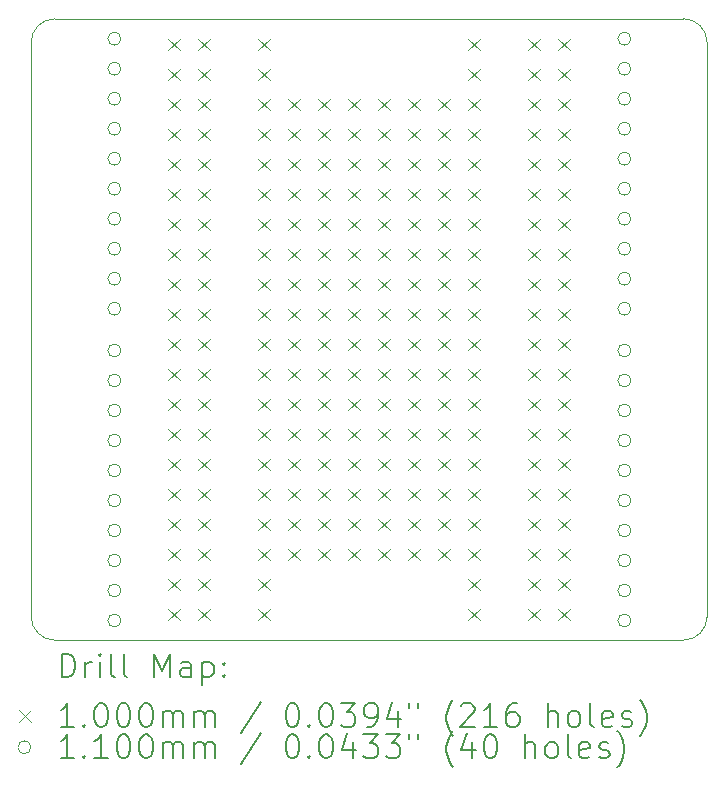
<source format=gbr>
%TF.GenerationSoftware,KiCad,Pcbnew,9.0.6*%
%TF.CreationDate,2026-01-01T23:22:30-06:00*%
%TF.ProjectId,PiPico_BOB,50695069-636f-45f4-924f-422e6b696361,rev?*%
%TF.SameCoordinates,Original*%
%TF.FileFunction,Drillmap*%
%TF.FilePolarity,Positive*%
%FSLAX45Y45*%
G04 Gerber Fmt 4.5, Leading zero omitted, Abs format (unit mm)*
G04 Created by KiCad (PCBNEW 9.0.6) date 2026-01-01 23:22:30*
%MOMM*%
%LPD*%
G01*
G04 APERTURE LIST*
%ADD10C,0.050000*%
%ADD11C,0.200000*%
%ADD12C,0.100000*%
%ADD13C,0.110000*%
G04 APERTURE END LIST*
D10*
X12072611Y-10676671D02*
G75*
G02*
X11872611Y-10876671I-200001J1D01*
G01*
X11872611Y-5615007D02*
G75*
G02*
X12072613Y-5815007I-1J-200003D01*
G01*
X6550000Y-10876671D02*
G75*
G02*
X6349999Y-10676671I0J200001D01*
G01*
X6350000Y-5815007D02*
G75*
G02*
X6550000Y-5615010I200000J-3D01*
G01*
X11872611Y-10876671D02*
X6550000Y-10876671D01*
X6550000Y-5615007D02*
X11872611Y-5615007D01*
X12072611Y-5815007D02*
X12072611Y-10676671D01*
X6350000Y-10676671D02*
X6350000Y-5815007D01*
D11*
D12*
X7512129Y-5783736D02*
X7612129Y-5883736D01*
X7612129Y-5783736D02*
X7512129Y-5883736D01*
X7512129Y-6037736D02*
X7612129Y-6137736D01*
X7612129Y-6037736D02*
X7512129Y-6137736D01*
X7512129Y-6291736D02*
X7612129Y-6391736D01*
X7612129Y-6291736D02*
X7512129Y-6391736D01*
X7512129Y-6545736D02*
X7612129Y-6645736D01*
X7612129Y-6545736D02*
X7512129Y-6645736D01*
X7512129Y-6799736D02*
X7612129Y-6899736D01*
X7612129Y-6799736D02*
X7512129Y-6899736D01*
X7512129Y-7053736D02*
X7612129Y-7153736D01*
X7612129Y-7053736D02*
X7512129Y-7153736D01*
X7512129Y-7307736D02*
X7612129Y-7407736D01*
X7612129Y-7307736D02*
X7512129Y-7407736D01*
X7512129Y-7561736D02*
X7612129Y-7661736D01*
X7612129Y-7561736D02*
X7512129Y-7661736D01*
X7512129Y-7815736D02*
X7612129Y-7915736D01*
X7612129Y-7815736D02*
X7512129Y-7915736D01*
X7512129Y-8069736D02*
X7612129Y-8169736D01*
X7612129Y-8069736D02*
X7512129Y-8169736D01*
X7512129Y-8323736D02*
X7612129Y-8423736D01*
X7612129Y-8323736D02*
X7512129Y-8423736D01*
X7512129Y-8577736D02*
X7612129Y-8677736D01*
X7612129Y-8577736D02*
X7512129Y-8677736D01*
X7512129Y-8831736D02*
X7612129Y-8931736D01*
X7612129Y-8831736D02*
X7512129Y-8931736D01*
X7512129Y-9085736D02*
X7612129Y-9185736D01*
X7612129Y-9085736D02*
X7512129Y-9185736D01*
X7512129Y-9339736D02*
X7612129Y-9439736D01*
X7612129Y-9339736D02*
X7512129Y-9439736D01*
X7512129Y-9593736D02*
X7612129Y-9693736D01*
X7612129Y-9593736D02*
X7512129Y-9693736D01*
X7512129Y-9847736D02*
X7612129Y-9947736D01*
X7612129Y-9847736D02*
X7512129Y-9947736D01*
X7512129Y-10101736D02*
X7612129Y-10201736D01*
X7612129Y-10101736D02*
X7512129Y-10201736D01*
X7512129Y-10355736D02*
X7612129Y-10455736D01*
X7612129Y-10355736D02*
X7512129Y-10455736D01*
X7512129Y-10609736D02*
X7612129Y-10709736D01*
X7612129Y-10609736D02*
X7512129Y-10709736D01*
X7766129Y-5783736D02*
X7866129Y-5883736D01*
X7866129Y-5783736D02*
X7766129Y-5883736D01*
X7766129Y-6037736D02*
X7866129Y-6137736D01*
X7866129Y-6037736D02*
X7766129Y-6137736D01*
X7766129Y-6291736D02*
X7866129Y-6391736D01*
X7866129Y-6291736D02*
X7766129Y-6391736D01*
X7766129Y-6545736D02*
X7866129Y-6645736D01*
X7866129Y-6545736D02*
X7766129Y-6645736D01*
X7766129Y-6799736D02*
X7866129Y-6899736D01*
X7866129Y-6799736D02*
X7766129Y-6899736D01*
X7766129Y-7053736D02*
X7866129Y-7153736D01*
X7866129Y-7053736D02*
X7766129Y-7153736D01*
X7766129Y-7307736D02*
X7866129Y-7407736D01*
X7866129Y-7307736D02*
X7766129Y-7407736D01*
X7766129Y-7561736D02*
X7866129Y-7661736D01*
X7866129Y-7561736D02*
X7766129Y-7661736D01*
X7766129Y-7815736D02*
X7866129Y-7915736D01*
X7866129Y-7815736D02*
X7766129Y-7915736D01*
X7766129Y-8069736D02*
X7866129Y-8169736D01*
X7866129Y-8069736D02*
X7766129Y-8169736D01*
X7766129Y-8323736D02*
X7866129Y-8423736D01*
X7866129Y-8323736D02*
X7766129Y-8423736D01*
X7766129Y-8577736D02*
X7866129Y-8677736D01*
X7866129Y-8577736D02*
X7766129Y-8677736D01*
X7766129Y-8831736D02*
X7866129Y-8931736D01*
X7866129Y-8831736D02*
X7766129Y-8931736D01*
X7766129Y-9085736D02*
X7866129Y-9185736D01*
X7866129Y-9085736D02*
X7766129Y-9185736D01*
X7766129Y-9339736D02*
X7866129Y-9439736D01*
X7866129Y-9339736D02*
X7766129Y-9439736D01*
X7766129Y-9593736D02*
X7866129Y-9693736D01*
X7866129Y-9593736D02*
X7766129Y-9693736D01*
X7766129Y-9847736D02*
X7866129Y-9947736D01*
X7866129Y-9847736D02*
X7766129Y-9947736D01*
X7766129Y-10101736D02*
X7866129Y-10201736D01*
X7866129Y-10101736D02*
X7766129Y-10201736D01*
X7766129Y-10355736D02*
X7866129Y-10455736D01*
X7866129Y-10355736D02*
X7766129Y-10455736D01*
X7766129Y-10609736D02*
X7866129Y-10709736D01*
X7866129Y-10609736D02*
X7766129Y-10709736D01*
X8274129Y-5783736D02*
X8374129Y-5883736D01*
X8374129Y-5783736D02*
X8274129Y-5883736D01*
X8274129Y-6037736D02*
X8374129Y-6137736D01*
X8374129Y-6037736D02*
X8274129Y-6137736D01*
X8274129Y-6291736D02*
X8374129Y-6391736D01*
X8374129Y-6291736D02*
X8274129Y-6391736D01*
X8274129Y-6545736D02*
X8374129Y-6645736D01*
X8374129Y-6545736D02*
X8274129Y-6645736D01*
X8274129Y-6799736D02*
X8374129Y-6899736D01*
X8374129Y-6799736D02*
X8274129Y-6899736D01*
X8274129Y-7053736D02*
X8374129Y-7153736D01*
X8374129Y-7053736D02*
X8274129Y-7153736D01*
X8274129Y-7307736D02*
X8374129Y-7407736D01*
X8374129Y-7307736D02*
X8274129Y-7407736D01*
X8274129Y-7561736D02*
X8374129Y-7661736D01*
X8374129Y-7561736D02*
X8274129Y-7661736D01*
X8274129Y-7815736D02*
X8374129Y-7915736D01*
X8374129Y-7815736D02*
X8274129Y-7915736D01*
X8274129Y-8069736D02*
X8374129Y-8169736D01*
X8374129Y-8069736D02*
X8274129Y-8169736D01*
X8274129Y-8323736D02*
X8374129Y-8423736D01*
X8374129Y-8323736D02*
X8274129Y-8423736D01*
X8274129Y-8577736D02*
X8374129Y-8677736D01*
X8374129Y-8577736D02*
X8274129Y-8677736D01*
X8274129Y-8831736D02*
X8374129Y-8931736D01*
X8374129Y-8831736D02*
X8274129Y-8931736D01*
X8274129Y-9085736D02*
X8374129Y-9185736D01*
X8374129Y-9085736D02*
X8274129Y-9185736D01*
X8274129Y-9339736D02*
X8374129Y-9439736D01*
X8374129Y-9339736D02*
X8274129Y-9439736D01*
X8274129Y-9593736D02*
X8374129Y-9693736D01*
X8374129Y-9593736D02*
X8274129Y-9693736D01*
X8274129Y-9847736D02*
X8374129Y-9947736D01*
X8374129Y-9847736D02*
X8274129Y-9947736D01*
X8274129Y-10101736D02*
X8374129Y-10201736D01*
X8374129Y-10101736D02*
X8274129Y-10201736D01*
X8274129Y-10355736D02*
X8374129Y-10455736D01*
X8374129Y-10355736D02*
X8274129Y-10455736D01*
X8274129Y-10609736D02*
X8374129Y-10709736D01*
X8374129Y-10609736D02*
X8274129Y-10709736D01*
X8528130Y-6291736D02*
X8628130Y-6391736D01*
X8628130Y-6291736D02*
X8528130Y-6391736D01*
X8528130Y-6545736D02*
X8628130Y-6645736D01*
X8628130Y-6545736D02*
X8528130Y-6645736D01*
X8528130Y-6799736D02*
X8628130Y-6899736D01*
X8628130Y-6799736D02*
X8528130Y-6899736D01*
X8528130Y-7053736D02*
X8628130Y-7153736D01*
X8628130Y-7053736D02*
X8528130Y-7153736D01*
X8528130Y-7307736D02*
X8628130Y-7407736D01*
X8628130Y-7307736D02*
X8528130Y-7407736D01*
X8528130Y-7561736D02*
X8628130Y-7661736D01*
X8628130Y-7561736D02*
X8528130Y-7661736D01*
X8528130Y-7815736D02*
X8628130Y-7915736D01*
X8628130Y-7815736D02*
X8528130Y-7915736D01*
X8528130Y-8069736D02*
X8628130Y-8169736D01*
X8628130Y-8069736D02*
X8528130Y-8169736D01*
X8528130Y-8323736D02*
X8628130Y-8423736D01*
X8628130Y-8323736D02*
X8528130Y-8423736D01*
X8528130Y-8577736D02*
X8628130Y-8677736D01*
X8628130Y-8577736D02*
X8528130Y-8677736D01*
X8528130Y-8831736D02*
X8628130Y-8931736D01*
X8628130Y-8831736D02*
X8528130Y-8931736D01*
X8528130Y-9085736D02*
X8628130Y-9185736D01*
X8628130Y-9085736D02*
X8528130Y-9185736D01*
X8528130Y-9339736D02*
X8628130Y-9439736D01*
X8628130Y-9339736D02*
X8528130Y-9439736D01*
X8528130Y-9593736D02*
X8628130Y-9693736D01*
X8628130Y-9593736D02*
X8528130Y-9693736D01*
X8528130Y-9847736D02*
X8628130Y-9947736D01*
X8628130Y-9847736D02*
X8528130Y-9947736D01*
X8528130Y-10101736D02*
X8628130Y-10201736D01*
X8628130Y-10101736D02*
X8528130Y-10201736D01*
X8782130Y-6291736D02*
X8882130Y-6391736D01*
X8882130Y-6291736D02*
X8782130Y-6391736D01*
X8782130Y-6545736D02*
X8882130Y-6645736D01*
X8882130Y-6545736D02*
X8782130Y-6645736D01*
X8782130Y-6799736D02*
X8882130Y-6899736D01*
X8882130Y-6799736D02*
X8782130Y-6899736D01*
X8782130Y-7053736D02*
X8882130Y-7153736D01*
X8882130Y-7053736D02*
X8782130Y-7153736D01*
X8782130Y-7307736D02*
X8882130Y-7407736D01*
X8882130Y-7307736D02*
X8782130Y-7407736D01*
X8782130Y-7561736D02*
X8882130Y-7661736D01*
X8882130Y-7561736D02*
X8782130Y-7661736D01*
X8782130Y-7815736D02*
X8882130Y-7915736D01*
X8882130Y-7815736D02*
X8782130Y-7915736D01*
X8782130Y-8069736D02*
X8882130Y-8169736D01*
X8882130Y-8069736D02*
X8782130Y-8169736D01*
X8782130Y-8323736D02*
X8882130Y-8423736D01*
X8882130Y-8323736D02*
X8782130Y-8423736D01*
X8782130Y-8577736D02*
X8882130Y-8677736D01*
X8882130Y-8577736D02*
X8782130Y-8677736D01*
X8782130Y-8831736D02*
X8882130Y-8931736D01*
X8882130Y-8831736D02*
X8782130Y-8931736D01*
X8782130Y-9085736D02*
X8882130Y-9185736D01*
X8882130Y-9085736D02*
X8782130Y-9185736D01*
X8782130Y-9339736D02*
X8882130Y-9439736D01*
X8882130Y-9339736D02*
X8782130Y-9439736D01*
X8782130Y-9593736D02*
X8882130Y-9693736D01*
X8882130Y-9593736D02*
X8782130Y-9693736D01*
X8782130Y-9847736D02*
X8882130Y-9947736D01*
X8882130Y-9847736D02*
X8782130Y-9947736D01*
X8782130Y-10101736D02*
X8882130Y-10201736D01*
X8882130Y-10101736D02*
X8782130Y-10201736D01*
X9036130Y-6291736D02*
X9136130Y-6391736D01*
X9136130Y-6291736D02*
X9036130Y-6391736D01*
X9036130Y-6545736D02*
X9136130Y-6645736D01*
X9136130Y-6545736D02*
X9036130Y-6645736D01*
X9036130Y-6799736D02*
X9136130Y-6899736D01*
X9136130Y-6799736D02*
X9036130Y-6899736D01*
X9036130Y-7053736D02*
X9136130Y-7153736D01*
X9136130Y-7053736D02*
X9036130Y-7153736D01*
X9036130Y-7307736D02*
X9136130Y-7407736D01*
X9136130Y-7307736D02*
X9036130Y-7407736D01*
X9036130Y-7561736D02*
X9136130Y-7661736D01*
X9136130Y-7561736D02*
X9036130Y-7661736D01*
X9036130Y-7815736D02*
X9136130Y-7915736D01*
X9136130Y-7815736D02*
X9036130Y-7915736D01*
X9036130Y-8069736D02*
X9136130Y-8169736D01*
X9136130Y-8069736D02*
X9036130Y-8169736D01*
X9036130Y-8323736D02*
X9136130Y-8423736D01*
X9136130Y-8323736D02*
X9036130Y-8423736D01*
X9036130Y-8577736D02*
X9136130Y-8677736D01*
X9136130Y-8577736D02*
X9036130Y-8677736D01*
X9036130Y-8831736D02*
X9136130Y-8931736D01*
X9136130Y-8831736D02*
X9036130Y-8931736D01*
X9036130Y-9085736D02*
X9136130Y-9185736D01*
X9136130Y-9085736D02*
X9036130Y-9185736D01*
X9036130Y-9339736D02*
X9136130Y-9439736D01*
X9136130Y-9339736D02*
X9036130Y-9439736D01*
X9036130Y-9593736D02*
X9136130Y-9693736D01*
X9136130Y-9593736D02*
X9036130Y-9693736D01*
X9036130Y-9847736D02*
X9136130Y-9947736D01*
X9136130Y-9847736D02*
X9036130Y-9947736D01*
X9036130Y-10101736D02*
X9136130Y-10201736D01*
X9136130Y-10101736D02*
X9036130Y-10201736D01*
X9290130Y-6291736D02*
X9390130Y-6391736D01*
X9390130Y-6291736D02*
X9290130Y-6391736D01*
X9290130Y-6545736D02*
X9390130Y-6645736D01*
X9390130Y-6545736D02*
X9290130Y-6645736D01*
X9290130Y-6799736D02*
X9390130Y-6899736D01*
X9390130Y-6799736D02*
X9290130Y-6899736D01*
X9290130Y-7053736D02*
X9390130Y-7153736D01*
X9390130Y-7053736D02*
X9290130Y-7153736D01*
X9290130Y-7307736D02*
X9390130Y-7407736D01*
X9390130Y-7307736D02*
X9290130Y-7407736D01*
X9290130Y-7561736D02*
X9390130Y-7661736D01*
X9390130Y-7561736D02*
X9290130Y-7661736D01*
X9290130Y-7815736D02*
X9390130Y-7915736D01*
X9390130Y-7815736D02*
X9290130Y-7915736D01*
X9290130Y-8069736D02*
X9390130Y-8169736D01*
X9390130Y-8069736D02*
X9290130Y-8169736D01*
X9290130Y-8323736D02*
X9390130Y-8423736D01*
X9390130Y-8323736D02*
X9290130Y-8423736D01*
X9290130Y-8577736D02*
X9390130Y-8677736D01*
X9390130Y-8577736D02*
X9290130Y-8677736D01*
X9290130Y-8831736D02*
X9390130Y-8931736D01*
X9390130Y-8831736D02*
X9290130Y-8931736D01*
X9290130Y-9085736D02*
X9390130Y-9185736D01*
X9390130Y-9085736D02*
X9290130Y-9185736D01*
X9290130Y-9339736D02*
X9390130Y-9439736D01*
X9390130Y-9339736D02*
X9290130Y-9439736D01*
X9290130Y-9593736D02*
X9390130Y-9693736D01*
X9390130Y-9593736D02*
X9290130Y-9693736D01*
X9290130Y-9847736D02*
X9390130Y-9947736D01*
X9390130Y-9847736D02*
X9290130Y-9947736D01*
X9290130Y-10101736D02*
X9390130Y-10201736D01*
X9390130Y-10101736D02*
X9290130Y-10201736D01*
X9544130Y-6291736D02*
X9644130Y-6391736D01*
X9644130Y-6291736D02*
X9544130Y-6391736D01*
X9544130Y-6545736D02*
X9644130Y-6645736D01*
X9644130Y-6545736D02*
X9544130Y-6645736D01*
X9544130Y-6799736D02*
X9644130Y-6899736D01*
X9644130Y-6799736D02*
X9544130Y-6899736D01*
X9544130Y-7053736D02*
X9644130Y-7153736D01*
X9644130Y-7053736D02*
X9544130Y-7153736D01*
X9544130Y-7307736D02*
X9644130Y-7407736D01*
X9644130Y-7307736D02*
X9544130Y-7407736D01*
X9544130Y-7561736D02*
X9644130Y-7661736D01*
X9644130Y-7561736D02*
X9544130Y-7661736D01*
X9544130Y-7815736D02*
X9644130Y-7915736D01*
X9644130Y-7815736D02*
X9544130Y-7915736D01*
X9544130Y-8069736D02*
X9644130Y-8169736D01*
X9644130Y-8069736D02*
X9544130Y-8169736D01*
X9544130Y-8323736D02*
X9644130Y-8423736D01*
X9644130Y-8323736D02*
X9544130Y-8423736D01*
X9544130Y-8577736D02*
X9644130Y-8677736D01*
X9644130Y-8577736D02*
X9544130Y-8677736D01*
X9544130Y-8831736D02*
X9644130Y-8931736D01*
X9644130Y-8831736D02*
X9544130Y-8931736D01*
X9544130Y-9085736D02*
X9644130Y-9185736D01*
X9644130Y-9085736D02*
X9544130Y-9185736D01*
X9544130Y-9339736D02*
X9644130Y-9439736D01*
X9644130Y-9339736D02*
X9544130Y-9439736D01*
X9544130Y-9593736D02*
X9644130Y-9693736D01*
X9644130Y-9593736D02*
X9544130Y-9693736D01*
X9544130Y-9847736D02*
X9644130Y-9947736D01*
X9644130Y-9847736D02*
X9544130Y-9947736D01*
X9544130Y-10101736D02*
X9644130Y-10201736D01*
X9644130Y-10101736D02*
X9544130Y-10201736D01*
X9798130Y-6291736D02*
X9898130Y-6391736D01*
X9898130Y-6291736D02*
X9798130Y-6391736D01*
X9798130Y-6545736D02*
X9898130Y-6645736D01*
X9898130Y-6545736D02*
X9798130Y-6645736D01*
X9798130Y-6799736D02*
X9898130Y-6899736D01*
X9898130Y-6799736D02*
X9798130Y-6899736D01*
X9798130Y-7053736D02*
X9898130Y-7153736D01*
X9898130Y-7053736D02*
X9798130Y-7153736D01*
X9798130Y-7307736D02*
X9898130Y-7407736D01*
X9898130Y-7307736D02*
X9798130Y-7407736D01*
X9798130Y-7561736D02*
X9898130Y-7661736D01*
X9898130Y-7561736D02*
X9798130Y-7661736D01*
X9798130Y-7815736D02*
X9898130Y-7915736D01*
X9898130Y-7815736D02*
X9798130Y-7915736D01*
X9798130Y-8069736D02*
X9898130Y-8169736D01*
X9898130Y-8069736D02*
X9798130Y-8169736D01*
X9798130Y-8323736D02*
X9898130Y-8423736D01*
X9898130Y-8323736D02*
X9798130Y-8423736D01*
X9798130Y-8577736D02*
X9898130Y-8677736D01*
X9898130Y-8577736D02*
X9798130Y-8677736D01*
X9798130Y-8831736D02*
X9898130Y-8931736D01*
X9898130Y-8831736D02*
X9798130Y-8931736D01*
X9798130Y-9085736D02*
X9898130Y-9185736D01*
X9898130Y-9085736D02*
X9798130Y-9185736D01*
X9798130Y-9339736D02*
X9898130Y-9439736D01*
X9898130Y-9339736D02*
X9798130Y-9439736D01*
X9798130Y-9593736D02*
X9898130Y-9693736D01*
X9898130Y-9593736D02*
X9798130Y-9693736D01*
X9798130Y-9847736D02*
X9898130Y-9947736D01*
X9898130Y-9847736D02*
X9798130Y-9947736D01*
X9798130Y-10101736D02*
X9898130Y-10201736D01*
X9898130Y-10101736D02*
X9798130Y-10201736D01*
X10052130Y-5783736D02*
X10152130Y-5883736D01*
X10152130Y-5783736D02*
X10052130Y-5883736D01*
X10052130Y-6037736D02*
X10152130Y-6137736D01*
X10152130Y-6037736D02*
X10052130Y-6137736D01*
X10052130Y-6291736D02*
X10152130Y-6391736D01*
X10152130Y-6291736D02*
X10052130Y-6391736D01*
X10052130Y-6545736D02*
X10152130Y-6645736D01*
X10152130Y-6545736D02*
X10052130Y-6645736D01*
X10052130Y-6799736D02*
X10152130Y-6899736D01*
X10152130Y-6799736D02*
X10052130Y-6899736D01*
X10052130Y-7053736D02*
X10152130Y-7153736D01*
X10152130Y-7053736D02*
X10052130Y-7153736D01*
X10052130Y-7307736D02*
X10152130Y-7407736D01*
X10152130Y-7307736D02*
X10052130Y-7407736D01*
X10052130Y-7561736D02*
X10152130Y-7661736D01*
X10152130Y-7561736D02*
X10052130Y-7661736D01*
X10052130Y-7815736D02*
X10152130Y-7915736D01*
X10152130Y-7815736D02*
X10052130Y-7915736D01*
X10052130Y-8069736D02*
X10152130Y-8169736D01*
X10152130Y-8069736D02*
X10052130Y-8169736D01*
X10052130Y-8323736D02*
X10152130Y-8423736D01*
X10152130Y-8323736D02*
X10052130Y-8423736D01*
X10052130Y-8577736D02*
X10152130Y-8677736D01*
X10152130Y-8577736D02*
X10052130Y-8677736D01*
X10052130Y-8831736D02*
X10152130Y-8931736D01*
X10152130Y-8831736D02*
X10052130Y-8931736D01*
X10052130Y-9085736D02*
X10152130Y-9185736D01*
X10152130Y-9085736D02*
X10052130Y-9185736D01*
X10052130Y-9339736D02*
X10152130Y-9439736D01*
X10152130Y-9339736D02*
X10052130Y-9439736D01*
X10052130Y-9593736D02*
X10152130Y-9693736D01*
X10152130Y-9593736D02*
X10052130Y-9693736D01*
X10052130Y-9847736D02*
X10152130Y-9947736D01*
X10152130Y-9847736D02*
X10052130Y-9947736D01*
X10052130Y-10101736D02*
X10152130Y-10201736D01*
X10152130Y-10101736D02*
X10052130Y-10201736D01*
X10052130Y-10355736D02*
X10152130Y-10455736D01*
X10152130Y-10355736D02*
X10052130Y-10455736D01*
X10052130Y-10609736D02*
X10152130Y-10709736D01*
X10152130Y-10609736D02*
X10052130Y-10709736D01*
X10560130Y-5783736D02*
X10660130Y-5883736D01*
X10660130Y-5783736D02*
X10560130Y-5883736D01*
X10560130Y-6037736D02*
X10660130Y-6137736D01*
X10660130Y-6037736D02*
X10560130Y-6137736D01*
X10560130Y-6291736D02*
X10660130Y-6391736D01*
X10660130Y-6291736D02*
X10560130Y-6391736D01*
X10560130Y-6545736D02*
X10660130Y-6645736D01*
X10660130Y-6545736D02*
X10560130Y-6645736D01*
X10560130Y-6799736D02*
X10660130Y-6899736D01*
X10660130Y-6799736D02*
X10560130Y-6899736D01*
X10560130Y-7053736D02*
X10660130Y-7153736D01*
X10660130Y-7053736D02*
X10560130Y-7153736D01*
X10560130Y-7307736D02*
X10660130Y-7407736D01*
X10660130Y-7307736D02*
X10560130Y-7407736D01*
X10560130Y-7561736D02*
X10660130Y-7661736D01*
X10660130Y-7561736D02*
X10560130Y-7661736D01*
X10560130Y-7815736D02*
X10660130Y-7915736D01*
X10660130Y-7815736D02*
X10560130Y-7915736D01*
X10560130Y-8069736D02*
X10660130Y-8169736D01*
X10660130Y-8069736D02*
X10560130Y-8169736D01*
X10560130Y-8323736D02*
X10660130Y-8423736D01*
X10660130Y-8323736D02*
X10560130Y-8423736D01*
X10560130Y-8577736D02*
X10660130Y-8677736D01*
X10660130Y-8577736D02*
X10560130Y-8677736D01*
X10560130Y-8831736D02*
X10660130Y-8931736D01*
X10660130Y-8831736D02*
X10560130Y-8931736D01*
X10560130Y-9085736D02*
X10660130Y-9185736D01*
X10660130Y-9085736D02*
X10560130Y-9185736D01*
X10560130Y-9339736D02*
X10660130Y-9439736D01*
X10660130Y-9339736D02*
X10560130Y-9439736D01*
X10560130Y-9593736D02*
X10660130Y-9693736D01*
X10660130Y-9593736D02*
X10560130Y-9693736D01*
X10560130Y-9847736D02*
X10660130Y-9947736D01*
X10660130Y-9847736D02*
X10560130Y-9947736D01*
X10560130Y-10101736D02*
X10660130Y-10201736D01*
X10660130Y-10101736D02*
X10560130Y-10201736D01*
X10560130Y-10355736D02*
X10660130Y-10455736D01*
X10660130Y-10355736D02*
X10560130Y-10455736D01*
X10560130Y-10609736D02*
X10660130Y-10709736D01*
X10660130Y-10609736D02*
X10560130Y-10709736D01*
X10814130Y-5783736D02*
X10914130Y-5883736D01*
X10914130Y-5783736D02*
X10814130Y-5883736D01*
X10814130Y-6037736D02*
X10914130Y-6137736D01*
X10914130Y-6037736D02*
X10814130Y-6137736D01*
X10814130Y-6291736D02*
X10914130Y-6391736D01*
X10914130Y-6291736D02*
X10814130Y-6391736D01*
X10814130Y-6545736D02*
X10914130Y-6645736D01*
X10914130Y-6545736D02*
X10814130Y-6645736D01*
X10814130Y-6799736D02*
X10914130Y-6899736D01*
X10914130Y-6799736D02*
X10814130Y-6899736D01*
X10814130Y-7053736D02*
X10914130Y-7153736D01*
X10914130Y-7053736D02*
X10814130Y-7153736D01*
X10814130Y-7307736D02*
X10914130Y-7407736D01*
X10914130Y-7307736D02*
X10814130Y-7407736D01*
X10814130Y-7561736D02*
X10914130Y-7661736D01*
X10914130Y-7561736D02*
X10814130Y-7661736D01*
X10814130Y-7815736D02*
X10914130Y-7915736D01*
X10914130Y-7815736D02*
X10814130Y-7915736D01*
X10814130Y-8069736D02*
X10914130Y-8169736D01*
X10914130Y-8069736D02*
X10814130Y-8169736D01*
X10814130Y-8323736D02*
X10914130Y-8423736D01*
X10914130Y-8323736D02*
X10814130Y-8423736D01*
X10814130Y-8577736D02*
X10914130Y-8677736D01*
X10914130Y-8577736D02*
X10814130Y-8677736D01*
X10814130Y-8831736D02*
X10914130Y-8931736D01*
X10914130Y-8831736D02*
X10814130Y-8931736D01*
X10814130Y-9085736D02*
X10914130Y-9185736D01*
X10914130Y-9085736D02*
X10814130Y-9185736D01*
X10814130Y-9339736D02*
X10914130Y-9439736D01*
X10914130Y-9339736D02*
X10814130Y-9439736D01*
X10814130Y-9593736D02*
X10914130Y-9693736D01*
X10914130Y-9593736D02*
X10814130Y-9693736D01*
X10814130Y-9847736D02*
X10914130Y-9947736D01*
X10914130Y-9847736D02*
X10814130Y-9947736D01*
X10814130Y-10101736D02*
X10914130Y-10201736D01*
X10914130Y-10101736D02*
X10814130Y-10201736D01*
X10814130Y-10355736D02*
X10914130Y-10455736D01*
X10914130Y-10355736D02*
X10814130Y-10455736D01*
X10814130Y-10609736D02*
X10914130Y-10709736D01*
X10914130Y-10609736D02*
X10814130Y-10709736D01*
D13*
X7109129Y-5783736D02*
G75*
G02*
X6999129Y-5783736I-55000J0D01*
G01*
X6999129Y-5783736D02*
G75*
G02*
X7109129Y-5783736I55000J0D01*
G01*
X7109129Y-6037736D02*
G75*
G02*
X6999129Y-6037736I-55000J0D01*
G01*
X6999129Y-6037736D02*
G75*
G02*
X7109129Y-6037736I55000J0D01*
G01*
X7109129Y-6291736D02*
G75*
G02*
X6999129Y-6291736I-55000J0D01*
G01*
X6999129Y-6291736D02*
G75*
G02*
X7109129Y-6291736I55000J0D01*
G01*
X7109129Y-6545736D02*
G75*
G02*
X6999129Y-6545736I-55000J0D01*
G01*
X6999129Y-6545736D02*
G75*
G02*
X7109129Y-6545736I55000J0D01*
G01*
X7109129Y-6799736D02*
G75*
G02*
X6999129Y-6799736I-55000J0D01*
G01*
X6999129Y-6799736D02*
G75*
G02*
X7109129Y-6799736I55000J0D01*
G01*
X7109129Y-7053736D02*
G75*
G02*
X6999129Y-7053736I-55000J0D01*
G01*
X6999129Y-7053736D02*
G75*
G02*
X7109129Y-7053736I55000J0D01*
G01*
X7109129Y-7307736D02*
G75*
G02*
X6999129Y-7307736I-55000J0D01*
G01*
X6999129Y-7307736D02*
G75*
G02*
X7109129Y-7307736I55000J0D01*
G01*
X7109129Y-7561736D02*
G75*
G02*
X6999129Y-7561736I-55000J0D01*
G01*
X6999129Y-7561736D02*
G75*
G02*
X7109129Y-7561736I55000J0D01*
G01*
X7109129Y-7815736D02*
G75*
G02*
X6999129Y-7815736I-55000J0D01*
G01*
X6999129Y-7815736D02*
G75*
G02*
X7109129Y-7815736I55000J0D01*
G01*
X7109129Y-8069736D02*
G75*
G02*
X6999129Y-8069736I-55000J0D01*
G01*
X6999129Y-8069736D02*
G75*
G02*
X7109129Y-8069736I55000J0D01*
G01*
X7109129Y-8423736D02*
G75*
G02*
X6999129Y-8423736I-55000J0D01*
G01*
X6999129Y-8423736D02*
G75*
G02*
X7109129Y-8423736I55000J0D01*
G01*
X7109129Y-8677736D02*
G75*
G02*
X6999129Y-8677736I-55000J0D01*
G01*
X6999129Y-8677736D02*
G75*
G02*
X7109129Y-8677736I55000J0D01*
G01*
X7109129Y-8931736D02*
G75*
G02*
X6999129Y-8931736I-55000J0D01*
G01*
X6999129Y-8931736D02*
G75*
G02*
X7109129Y-8931736I55000J0D01*
G01*
X7109129Y-9185736D02*
G75*
G02*
X6999129Y-9185736I-55000J0D01*
G01*
X6999129Y-9185736D02*
G75*
G02*
X7109129Y-9185736I55000J0D01*
G01*
X7109129Y-9439736D02*
G75*
G02*
X6999129Y-9439736I-55000J0D01*
G01*
X6999129Y-9439736D02*
G75*
G02*
X7109129Y-9439736I55000J0D01*
G01*
X7109129Y-9693736D02*
G75*
G02*
X6999129Y-9693736I-55000J0D01*
G01*
X6999129Y-9693736D02*
G75*
G02*
X7109129Y-9693736I55000J0D01*
G01*
X7109129Y-9947736D02*
G75*
G02*
X6999129Y-9947736I-55000J0D01*
G01*
X6999129Y-9947736D02*
G75*
G02*
X7109129Y-9947736I55000J0D01*
G01*
X7109129Y-10201736D02*
G75*
G02*
X6999129Y-10201736I-55000J0D01*
G01*
X6999129Y-10201736D02*
G75*
G02*
X7109129Y-10201736I55000J0D01*
G01*
X7109129Y-10455736D02*
G75*
G02*
X6999129Y-10455736I-55000J0D01*
G01*
X6999129Y-10455736D02*
G75*
G02*
X7109129Y-10455736I55000J0D01*
G01*
X7109129Y-10709736D02*
G75*
G02*
X6999129Y-10709736I-55000J0D01*
G01*
X6999129Y-10709736D02*
G75*
G02*
X7109129Y-10709736I55000J0D01*
G01*
X11427129Y-5783736D02*
G75*
G02*
X11317129Y-5783736I-55000J0D01*
G01*
X11317129Y-5783736D02*
G75*
G02*
X11427129Y-5783736I55000J0D01*
G01*
X11427129Y-6037736D02*
G75*
G02*
X11317129Y-6037736I-55000J0D01*
G01*
X11317129Y-6037736D02*
G75*
G02*
X11427129Y-6037736I55000J0D01*
G01*
X11427129Y-6291736D02*
G75*
G02*
X11317129Y-6291736I-55000J0D01*
G01*
X11317129Y-6291736D02*
G75*
G02*
X11427129Y-6291736I55000J0D01*
G01*
X11427129Y-6545736D02*
G75*
G02*
X11317129Y-6545736I-55000J0D01*
G01*
X11317129Y-6545736D02*
G75*
G02*
X11427129Y-6545736I55000J0D01*
G01*
X11427129Y-6799736D02*
G75*
G02*
X11317129Y-6799736I-55000J0D01*
G01*
X11317129Y-6799736D02*
G75*
G02*
X11427129Y-6799736I55000J0D01*
G01*
X11427129Y-7053736D02*
G75*
G02*
X11317129Y-7053736I-55000J0D01*
G01*
X11317129Y-7053736D02*
G75*
G02*
X11427129Y-7053736I55000J0D01*
G01*
X11427129Y-7307736D02*
G75*
G02*
X11317129Y-7307736I-55000J0D01*
G01*
X11317129Y-7307736D02*
G75*
G02*
X11427129Y-7307736I55000J0D01*
G01*
X11427129Y-7561736D02*
G75*
G02*
X11317129Y-7561736I-55000J0D01*
G01*
X11317129Y-7561736D02*
G75*
G02*
X11427129Y-7561736I55000J0D01*
G01*
X11427129Y-7815736D02*
G75*
G02*
X11317129Y-7815736I-55000J0D01*
G01*
X11317129Y-7815736D02*
G75*
G02*
X11427129Y-7815736I55000J0D01*
G01*
X11427129Y-8069736D02*
G75*
G02*
X11317129Y-8069736I-55000J0D01*
G01*
X11317129Y-8069736D02*
G75*
G02*
X11427129Y-8069736I55000J0D01*
G01*
X11427129Y-8423736D02*
G75*
G02*
X11317129Y-8423736I-55000J0D01*
G01*
X11317129Y-8423736D02*
G75*
G02*
X11427129Y-8423736I55000J0D01*
G01*
X11427129Y-8677736D02*
G75*
G02*
X11317129Y-8677736I-55000J0D01*
G01*
X11317129Y-8677736D02*
G75*
G02*
X11427129Y-8677736I55000J0D01*
G01*
X11427129Y-8931736D02*
G75*
G02*
X11317129Y-8931736I-55000J0D01*
G01*
X11317129Y-8931736D02*
G75*
G02*
X11427129Y-8931736I55000J0D01*
G01*
X11427129Y-9185736D02*
G75*
G02*
X11317129Y-9185736I-55000J0D01*
G01*
X11317129Y-9185736D02*
G75*
G02*
X11427129Y-9185736I55000J0D01*
G01*
X11427129Y-9439736D02*
G75*
G02*
X11317129Y-9439736I-55000J0D01*
G01*
X11317129Y-9439736D02*
G75*
G02*
X11427129Y-9439736I55000J0D01*
G01*
X11427129Y-9693736D02*
G75*
G02*
X11317129Y-9693736I-55000J0D01*
G01*
X11317129Y-9693736D02*
G75*
G02*
X11427129Y-9693736I55000J0D01*
G01*
X11427129Y-9947736D02*
G75*
G02*
X11317129Y-9947736I-55000J0D01*
G01*
X11317129Y-9947736D02*
G75*
G02*
X11427129Y-9947736I55000J0D01*
G01*
X11427129Y-10201736D02*
G75*
G02*
X11317129Y-10201736I-55000J0D01*
G01*
X11317129Y-10201736D02*
G75*
G02*
X11427129Y-10201736I55000J0D01*
G01*
X11427129Y-10455736D02*
G75*
G02*
X11317129Y-10455736I-55000J0D01*
G01*
X11317129Y-10455736D02*
G75*
G02*
X11427129Y-10455736I55000J0D01*
G01*
X11427129Y-10709736D02*
G75*
G02*
X11317129Y-10709736I-55000J0D01*
G01*
X11317129Y-10709736D02*
G75*
G02*
X11427129Y-10709736I55000J0D01*
G01*
D11*
X6608277Y-11190655D02*
X6608277Y-10990655D01*
X6608277Y-10990655D02*
X6655896Y-10990655D01*
X6655896Y-10990655D02*
X6684467Y-11000179D01*
X6684467Y-11000179D02*
X6703515Y-11019226D01*
X6703515Y-11019226D02*
X6713039Y-11038274D01*
X6713039Y-11038274D02*
X6722562Y-11076369D01*
X6722562Y-11076369D02*
X6722562Y-11104941D01*
X6722562Y-11104941D02*
X6713039Y-11143036D01*
X6713039Y-11143036D02*
X6703515Y-11162084D01*
X6703515Y-11162084D02*
X6684467Y-11181131D01*
X6684467Y-11181131D02*
X6655896Y-11190655D01*
X6655896Y-11190655D02*
X6608277Y-11190655D01*
X6808277Y-11190655D02*
X6808277Y-11057322D01*
X6808277Y-11095417D02*
X6817801Y-11076369D01*
X6817801Y-11076369D02*
X6827324Y-11066845D01*
X6827324Y-11066845D02*
X6846372Y-11057322D01*
X6846372Y-11057322D02*
X6865420Y-11057322D01*
X6932086Y-11190655D02*
X6932086Y-11057322D01*
X6932086Y-10990655D02*
X6922562Y-11000179D01*
X6922562Y-11000179D02*
X6932086Y-11009703D01*
X6932086Y-11009703D02*
X6941610Y-11000179D01*
X6941610Y-11000179D02*
X6932086Y-10990655D01*
X6932086Y-10990655D02*
X6932086Y-11009703D01*
X7055896Y-11190655D02*
X7036848Y-11181131D01*
X7036848Y-11181131D02*
X7027324Y-11162084D01*
X7027324Y-11162084D02*
X7027324Y-10990655D01*
X7160658Y-11190655D02*
X7141610Y-11181131D01*
X7141610Y-11181131D02*
X7132086Y-11162084D01*
X7132086Y-11162084D02*
X7132086Y-10990655D01*
X7389229Y-11190655D02*
X7389229Y-10990655D01*
X7389229Y-10990655D02*
X7455896Y-11133512D01*
X7455896Y-11133512D02*
X7522562Y-10990655D01*
X7522562Y-10990655D02*
X7522562Y-11190655D01*
X7703515Y-11190655D02*
X7703515Y-11085893D01*
X7703515Y-11085893D02*
X7693991Y-11066845D01*
X7693991Y-11066845D02*
X7674943Y-11057322D01*
X7674943Y-11057322D02*
X7636848Y-11057322D01*
X7636848Y-11057322D02*
X7617801Y-11066845D01*
X7703515Y-11181131D02*
X7684467Y-11190655D01*
X7684467Y-11190655D02*
X7636848Y-11190655D01*
X7636848Y-11190655D02*
X7617801Y-11181131D01*
X7617801Y-11181131D02*
X7608277Y-11162084D01*
X7608277Y-11162084D02*
X7608277Y-11143036D01*
X7608277Y-11143036D02*
X7617801Y-11123988D01*
X7617801Y-11123988D02*
X7636848Y-11114465D01*
X7636848Y-11114465D02*
X7684467Y-11114465D01*
X7684467Y-11114465D02*
X7703515Y-11104941D01*
X7798753Y-11057322D02*
X7798753Y-11257322D01*
X7798753Y-11066845D02*
X7817801Y-11057322D01*
X7817801Y-11057322D02*
X7855896Y-11057322D01*
X7855896Y-11057322D02*
X7874943Y-11066845D01*
X7874943Y-11066845D02*
X7884467Y-11076369D01*
X7884467Y-11076369D02*
X7893991Y-11095417D01*
X7893991Y-11095417D02*
X7893991Y-11152560D01*
X7893991Y-11152560D02*
X7884467Y-11171607D01*
X7884467Y-11171607D02*
X7874943Y-11181131D01*
X7874943Y-11181131D02*
X7855896Y-11190655D01*
X7855896Y-11190655D02*
X7817801Y-11190655D01*
X7817801Y-11190655D02*
X7798753Y-11181131D01*
X7979705Y-11171607D02*
X7989229Y-11181131D01*
X7989229Y-11181131D02*
X7979705Y-11190655D01*
X7979705Y-11190655D02*
X7970182Y-11181131D01*
X7970182Y-11181131D02*
X7979705Y-11171607D01*
X7979705Y-11171607D02*
X7979705Y-11190655D01*
X7979705Y-11066845D02*
X7989229Y-11076369D01*
X7989229Y-11076369D02*
X7979705Y-11085893D01*
X7979705Y-11085893D02*
X7970182Y-11076369D01*
X7970182Y-11076369D02*
X7979705Y-11066845D01*
X7979705Y-11066845D02*
X7979705Y-11085893D01*
D12*
X6247500Y-11469171D02*
X6347500Y-11569171D01*
X6347500Y-11469171D02*
X6247500Y-11569171D01*
D11*
X6713039Y-11610655D02*
X6598753Y-11610655D01*
X6655896Y-11610655D02*
X6655896Y-11410655D01*
X6655896Y-11410655D02*
X6636848Y-11439226D01*
X6636848Y-11439226D02*
X6617801Y-11458274D01*
X6617801Y-11458274D02*
X6598753Y-11467798D01*
X6798753Y-11591607D02*
X6808277Y-11601131D01*
X6808277Y-11601131D02*
X6798753Y-11610655D01*
X6798753Y-11610655D02*
X6789229Y-11601131D01*
X6789229Y-11601131D02*
X6798753Y-11591607D01*
X6798753Y-11591607D02*
X6798753Y-11610655D01*
X6932086Y-11410655D02*
X6951134Y-11410655D01*
X6951134Y-11410655D02*
X6970182Y-11420179D01*
X6970182Y-11420179D02*
X6979705Y-11429703D01*
X6979705Y-11429703D02*
X6989229Y-11448750D01*
X6989229Y-11448750D02*
X6998753Y-11486845D01*
X6998753Y-11486845D02*
X6998753Y-11534464D01*
X6998753Y-11534464D02*
X6989229Y-11572560D01*
X6989229Y-11572560D02*
X6979705Y-11591607D01*
X6979705Y-11591607D02*
X6970182Y-11601131D01*
X6970182Y-11601131D02*
X6951134Y-11610655D01*
X6951134Y-11610655D02*
X6932086Y-11610655D01*
X6932086Y-11610655D02*
X6913039Y-11601131D01*
X6913039Y-11601131D02*
X6903515Y-11591607D01*
X6903515Y-11591607D02*
X6893991Y-11572560D01*
X6893991Y-11572560D02*
X6884467Y-11534464D01*
X6884467Y-11534464D02*
X6884467Y-11486845D01*
X6884467Y-11486845D02*
X6893991Y-11448750D01*
X6893991Y-11448750D02*
X6903515Y-11429703D01*
X6903515Y-11429703D02*
X6913039Y-11420179D01*
X6913039Y-11420179D02*
X6932086Y-11410655D01*
X7122562Y-11410655D02*
X7141610Y-11410655D01*
X7141610Y-11410655D02*
X7160658Y-11420179D01*
X7160658Y-11420179D02*
X7170182Y-11429703D01*
X7170182Y-11429703D02*
X7179705Y-11448750D01*
X7179705Y-11448750D02*
X7189229Y-11486845D01*
X7189229Y-11486845D02*
X7189229Y-11534464D01*
X7189229Y-11534464D02*
X7179705Y-11572560D01*
X7179705Y-11572560D02*
X7170182Y-11591607D01*
X7170182Y-11591607D02*
X7160658Y-11601131D01*
X7160658Y-11601131D02*
X7141610Y-11610655D01*
X7141610Y-11610655D02*
X7122562Y-11610655D01*
X7122562Y-11610655D02*
X7103515Y-11601131D01*
X7103515Y-11601131D02*
X7093991Y-11591607D01*
X7093991Y-11591607D02*
X7084467Y-11572560D01*
X7084467Y-11572560D02*
X7074943Y-11534464D01*
X7074943Y-11534464D02*
X7074943Y-11486845D01*
X7074943Y-11486845D02*
X7084467Y-11448750D01*
X7084467Y-11448750D02*
X7093991Y-11429703D01*
X7093991Y-11429703D02*
X7103515Y-11420179D01*
X7103515Y-11420179D02*
X7122562Y-11410655D01*
X7313039Y-11410655D02*
X7332086Y-11410655D01*
X7332086Y-11410655D02*
X7351134Y-11420179D01*
X7351134Y-11420179D02*
X7360658Y-11429703D01*
X7360658Y-11429703D02*
X7370182Y-11448750D01*
X7370182Y-11448750D02*
X7379705Y-11486845D01*
X7379705Y-11486845D02*
X7379705Y-11534464D01*
X7379705Y-11534464D02*
X7370182Y-11572560D01*
X7370182Y-11572560D02*
X7360658Y-11591607D01*
X7360658Y-11591607D02*
X7351134Y-11601131D01*
X7351134Y-11601131D02*
X7332086Y-11610655D01*
X7332086Y-11610655D02*
X7313039Y-11610655D01*
X7313039Y-11610655D02*
X7293991Y-11601131D01*
X7293991Y-11601131D02*
X7284467Y-11591607D01*
X7284467Y-11591607D02*
X7274943Y-11572560D01*
X7274943Y-11572560D02*
X7265420Y-11534464D01*
X7265420Y-11534464D02*
X7265420Y-11486845D01*
X7265420Y-11486845D02*
X7274943Y-11448750D01*
X7274943Y-11448750D02*
X7284467Y-11429703D01*
X7284467Y-11429703D02*
X7293991Y-11420179D01*
X7293991Y-11420179D02*
X7313039Y-11410655D01*
X7465420Y-11610655D02*
X7465420Y-11477322D01*
X7465420Y-11496369D02*
X7474943Y-11486845D01*
X7474943Y-11486845D02*
X7493991Y-11477322D01*
X7493991Y-11477322D02*
X7522563Y-11477322D01*
X7522563Y-11477322D02*
X7541610Y-11486845D01*
X7541610Y-11486845D02*
X7551134Y-11505893D01*
X7551134Y-11505893D02*
X7551134Y-11610655D01*
X7551134Y-11505893D02*
X7560658Y-11486845D01*
X7560658Y-11486845D02*
X7579705Y-11477322D01*
X7579705Y-11477322D02*
X7608277Y-11477322D01*
X7608277Y-11477322D02*
X7627324Y-11486845D01*
X7627324Y-11486845D02*
X7636848Y-11505893D01*
X7636848Y-11505893D02*
X7636848Y-11610655D01*
X7732086Y-11610655D02*
X7732086Y-11477322D01*
X7732086Y-11496369D02*
X7741610Y-11486845D01*
X7741610Y-11486845D02*
X7760658Y-11477322D01*
X7760658Y-11477322D02*
X7789229Y-11477322D01*
X7789229Y-11477322D02*
X7808277Y-11486845D01*
X7808277Y-11486845D02*
X7817801Y-11505893D01*
X7817801Y-11505893D02*
X7817801Y-11610655D01*
X7817801Y-11505893D02*
X7827324Y-11486845D01*
X7827324Y-11486845D02*
X7846372Y-11477322D01*
X7846372Y-11477322D02*
X7874943Y-11477322D01*
X7874943Y-11477322D02*
X7893991Y-11486845D01*
X7893991Y-11486845D02*
X7903515Y-11505893D01*
X7903515Y-11505893D02*
X7903515Y-11610655D01*
X8293991Y-11401131D02*
X8122563Y-11658274D01*
X8551134Y-11410655D02*
X8570182Y-11410655D01*
X8570182Y-11410655D02*
X8589229Y-11420179D01*
X8589229Y-11420179D02*
X8598753Y-11429703D01*
X8598753Y-11429703D02*
X8608277Y-11448750D01*
X8608277Y-11448750D02*
X8617801Y-11486845D01*
X8617801Y-11486845D02*
X8617801Y-11534464D01*
X8617801Y-11534464D02*
X8608277Y-11572560D01*
X8608277Y-11572560D02*
X8598753Y-11591607D01*
X8598753Y-11591607D02*
X8589229Y-11601131D01*
X8589229Y-11601131D02*
X8570182Y-11610655D01*
X8570182Y-11610655D02*
X8551134Y-11610655D01*
X8551134Y-11610655D02*
X8532087Y-11601131D01*
X8532087Y-11601131D02*
X8522563Y-11591607D01*
X8522563Y-11591607D02*
X8513039Y-11572560D01*
X8513039Y-11572560D02*
X8503515Y-11534464D01*
X8503515Y-11534464D02*
X8503515Y-11486845D01*
X8503515Y-11486845D02*
X8513039Y-11448750D01*
X8513039Y-11448750D02*
X8522563Y-11429703D01*
X8522563Y-11429703D02*
X8532087Y-11420179D01*
X8532087Y-11420179D02*
X8551134Y-11410655D01*
X8703515Y-11591607D02*
X8713039Y-11601131D01*
X8713039Y-11601131D02*
X8703515Y-11610655D01*
X8703515Y-11610655D02*
X8693991Y-11601131D01*
X8693991Y-11601131D02*
X8703515Y-11591607D01*
X8703515Y-11591607D02*
X8703515Y-11610655D01*
X8836848Y-11410655D02*
X8855896Y-11410655D01*
X8855896Y-11410655D02*
X8874944Y-11420179D01*
X8874944Y-11420179D02*
X8884468Y-11429703D01*
X8884468Y-11429703D02*
X8893991Y-11448750D01*
X8893991Y-11448750D02*
X8903515Y-11486845D01*
X8903515Y-11486845D02*
X8903515Y-11534464D01*
X8903515Y-11534464D02*
X8893991Y-11572560D01*
X8893991Y-11572560D02*
X8884468Y-11591607D01*
X8884468Y-11591607D02*
X8874944Y-11601131D01*
X8874944Y-11601131D02*
X8855896Y-11610655D01*
X8855896Y-11610655D02*
X8836848Y-11610655D01*
X8836848Y-11610655D02*
X8817801Y-11601131D01*
X8817801Y-11601131D02*
X8808277Y-11591607D01*
X8808277Y-11591607D02*
X8798753Y-11572560D01*
X8798753Y-11572560D02*
X8789229Y-11534464D01*
X8789229Y-11534464D02*
X8789229Y-11486845D01*
X8789229Y-11486845D02*
X8798753Y-11448750D01*
X8798753Y-11448750D02*
X8808277Y-11429703D01*
X8808277Y-11429703D02*
X8817801Y-11420179D01*
X8817801Y-11420179D02*
X8836848Y-11410655D01*
X8970182Y-11410655D02*
X9093991Y-11410655D01*
X9093991Y-11410655D02*
X9027325Y-11486845D01*
X9027325Y-11486845D02*
X9055896Y-11486845D01*
X9055896Y-11486845D02*
X9074944Y-11496369D01*
X9074944Y-11496369D02*
X9084468Y-11505893D01*
X9084468Y-11505893D02*
X9093991Y-11524941D01*
X9093991Y-11524941D02*
X9093991Y-11572560D01*
X9093991Y-11572560D02*
X9084468Y-11591607D01*
X9084468Y-11591607D02*
X9074944Y-11601131D01*
X9074944Y-11601131D02*
X9055896Y-11610655D01*
X9055896Y-11610655D02*
X8998753Y-11610655D01*
X8998753Y-11610655D02*
X8979706Y-11601131D01*
X8979706Y-11601131D02*
X8970182Y-11591607D01*
X9189229Y-11610655D02*
X9227325Y-11610655D01*
X9227325Y-11610655D02*
X9246372Y-11601131D01*
X9246372Y-11601131D02*
X9255896Y-11591607D01*
X9255896Y-11591607D02*
X9274944Y-11563036D01*
X9274944Y-11563036D02*
X9284468Y-11524941D01*
X9284468Y-11524941D02*
X9284468Y-11448750D01*
X9284468Y-11448750D02*
X9274944Y-11429703D01*
X9274944Y-11429703D02*
X9265420Y-11420179D01*
X9265420Y-11420179D02*
X9246372Y-11410655D01*
X9246372Y-11410655D02*
X9208277Y-11410655D01*
X9208277Y-11410655D02*
X9189229Y-11420179D01*
X9189229Y-11420179D02*
X9179706Y-11429703D01*
X9179706Y-11429703D02*
X9170182Y-11448750D01*
X9170182Y-11448750D02*
X9170182Y-11496369D01*
X9170182Y-11496369D02*
X9179706Y-11515417D01*
X9179706Y-11515417D02*
X9189229Y-11524941D01*
X9189229Y-11524941D02*
X9208277Y-11534464D01*
X9208277Y-11534464D02*
X9246372Y-11534464D01*
X9246372Y-11534464D02*
X9265420Y-11524941D01*
X9265420Y-11524941D02*
X9274944Y-11515417D01*
X9274944Y-11515417D02*
X9284468Y-11496369D01*
X9455896Y-11477322D02*
X9455896Y-11610655D01*
X9408277Y-11401131D02*
X9360658Y-11543988D01*
X9360658Y-11543988D02*
X9484468Y-11543988D01*
X9551134Y-11410655D02*
X9551134Y-11448750D01*
X9627325Y-11410655D02*
X9627325Y-11448750D01*
X9922563Y-11686845D02*
X9913039Y-11677322D01*
X9913039Y-11677322D02*
X9893991Y-11648750D01*
X9893991Y-11648750D02*
X9884468Y-11629703D01*
X9884468Y-11629703D02*
X9874944Y-11601131D01*
X9874944Y-11601131D02*
X9865420Y-11553512D01*
X9865420Y-11553512D02*
X9865420Y-11515417D01*
X9865420Y-11515417D02*
X9874944Y-11467798D01*
X9874944Y-11467798D02*
X9884468Y-11439226D01*
X9884468Y-11439226D02*
X9893991Y-11420179D01*
X9893991Y-11420179D02*
X9913039Y-11391607D01*
X9913039Y-11391607D02*
X9922563Y-11382083D01*
X9989230Y-11429703D02*
X9998753Y-11420179D01*
X9998753Y-11420179D02*
X10017801Y-11410655D01*
X10017801Y-11410655D02*
X10065420Y-11410655D01*
X10065420Y-11410655D02*
X10084468Y-11420179D01*
X10084468Y-11420179D02*
X10093991Y-11429703D01*
X10093991Y-11429703D02*
X10103515Y-11448750D01*
X10103515Y-11448750D02*
X10103515Y-11467798D01*
X10103515Y-11467798D02*
X10093991Y-11496369D01*
X10093991Y-11496369D02*
X9979706Y-11610655D01*
X9979706Y-11610655D02*
X10103515Y-11610655D01*
X10293991Y-11610655D02*
X10179706Y-11610655D01*
X10236849Y-11610655D02*
X10236849Y-11410655D01*
X10236849Y-11410655D02*
X10217801Y-11439226D01*
X10217801Y-11439226D02*
X10198753Y-11458274D01*
X10198753Y-11458274D02*
X10179706Y-11467798D01*
X10465420Y-11410655D02*
X10427325Y-11410655D01*
X10427325Y-11410655D02*
X10408277Y-11420179D01*
X10408277Y-11420179D02*
X10398753Y-11429703D01*
X10398753Y-11429703D02*
X10379706Y-11458274D01*
X10379706Y-11458274D02*
X10370182Y-11496369D01*
X10370182Y-11496369D02*
X10370182Y-11572560D01*
X10370182Y-11572560D02*
X10379706Y-11591607D01*
X10379706Y-11591607D02*
X10389230Y-11601131D01*
X10389230Y-11601131D02*
X10408277Y-11610655D01*
X10408277Y-11610655D02*
X10446372Y-11610655D01*
X10446372Y-11610655D02*
X10465420Y-11601131D01*
X10465420Y-11601131D02*
X10474944Y-11591607D01*
X10474944Y-11591607D02*
X10484468Y-11572560D01*
X10484468Y-11572560D02*
X10484468Y-11524941D01*
X10484468Y-11524941D02*
X10474944Y-11505893D01*
X10474944Y-11505893D02*
X10465420Y-11496369D01*
X10465420Y-11496369D02*
X10446372Y-11486845D01*
X10446372Y-11486845D02*
X10408277Y-11486845D01*
X10408277Y-11486845D02*
X10389230Y-11496369D01*
X10389230Y-11496369D02*
X10379706Y-11505893D01*
X10379706Y-11505893D02*
X10370182Y-11524941D01*
X10722563Y-11610655D02*
X10722563Y-11410655D01*
X10808277Y-11610655D02*
X10808277Y-11505893D01*
X10808277Y-11505893D02*
X10798753Y-11486845D01*
X10798753Y-11486845D02*
X10779706Y-11477322D01*
X10779706Y-11477322D02*
X10751134Y-11477322D01*
X10751134Y-11477322D02*
X10732087Y-11486845D01*
X10732087Y-11486845D02*
X10722563Y-11496369D01*
X10932087Y-11610655D02*
X10913039Y-11601131D01*
X10913039Y-11601131D02*
X10903515Y-11591607D01*
X10903515Y-11591607D02*
X10893992Y-11572560D01*
X10893992Y-11572560D02*
X10893992Y-11515417D01*
X10893992Y-11515417D02*
X10903515Y-11496369D01*
X10903515Y-11496369D02*
X10913039Y-11486845D01*
X10913039Y-11486845D02*
X10932087Y-11477322D01*
X10932087Y-11477322D02*
X10960658Y-11477322D01*
X10960658Y-11477322D02*
X10979706Y-11486845D01*
X10979706Y-11486845D02*
X10989230Y-11496369D01*
X10989230Y-11496369D02*
X10998753Y-11515417D01*
X10998753Y-11515417D02*
X10998753Y-11572560D01*
X10998753Y-11572560D02*
X10989230Y-11591607D01*
X10989230Y-11591607D02*
X10979706Y-11601131D01*
X10979706Y-11601131D02*
X10960658Y-11610655D01*
X10960658Y-11610655D02*
X10932087Y-11610655D01*
X11113039Y-11610655D02*
X11093992Y-11601131D01*
X11093992Y-11601131D02*
X11084468Y-11582083D01*
X11084468Y-11582083D02*
X11084468Y-11410655D01*
X11265420Y-11601131D02*
X11246372Y-11610655D01*
X11246372Y-11610655D02*
X11208277Y-11610655D01*
X11208277Y-11610655D02*
X11189230Y-11601131D01*
X11189230Y-11601131D02*
X11179706Y-11582083D01*
X11179706Y-11582083D02*
X11179706Y-11505893D01*
X11179706Y-11505893D02*
X11189230Y-11486845D01*
X11189230Y-11486845D02*
X11208277Y-11477322D01*
X11208277Y-11477322D02*
X11246372Y-11477322D01*
X11246372Y-11477322D02*
X11265420Y-11486845D01*
X11265420Y-11486845D02*
X11274944Y-11505893D01*
X11274944Y-11505893D02*
X11274944Y-11524941D01*
X11274944Y-11524941D02*
X11179706Y-11543988D01*
X11351134Y-11601131D02*
X11370182Y-11610655D01*
X11370182Y-11610655D02*
X11408277Y-11610655D01*
X11408277Y-11610655D02*
X11427325Y-11601131D01*
X11427325Y-11601131D02*
X11436849Y-11582083D01*
X11436849Y-11582083D02*
X11436849Y-11572560D01*
X11436849Y-11572560D02*
X11427325Y-11553512D01*
X11427325Y-11553512D02*
X11408277Y-11543988D01*
X11408277Y-11543988D02*
X11379706Y-11543988D01*
X11379706Y-11543988D02*
X11360658Y-11534464D01*
X11360658Y-11534464D02*
X11351134Y-11515417D01*
X11351134Y-11515417D02*
X11351134Y-11505893D01*
X11351134Y-11505893D02*
X11360658Y-11486845D01*
X11360658Y-11486845D02*
X11379706Y-11477322D01*
X11379706Y-11477322D02*
X11408277Y-11477322D01*
X11408277Y-11477322D02*
X11427325Y-11486845D01*
X11503515Y-11686845D02*
X11513039Y-11677322D01*
X11513039Y-11677322D02*
X11532087Y-11648750D01*
X11532087Y-11648750D02*
X11541611Y-11629703D01*
X11541611Y-11629703D02*
X11551134Y-11601131D01*
X11551134Y-11601131D02*
X11560658Y-11553512D01*
X11560658Y-11553512D02*
X11560658Y-11515417D01*
X11560658Y-11515417D02*
X11551134Y-11467798D01*
X11551134Y-11467798D02*
X11541611Y-11439226D01*
X11541611Y-11439226D02*
X11532087Y-11420179D01*
X11532087Y-11420179D02*
X11513039Y-11391607D01*
X11513039Y-11391607D02*
X11503515Y-11382083D01*
D13*
X6347500Y-11783171D02*
G75*
G02*
X6237500Y-11783171I-55000J0D01*
G01*
X6237500Y-11783171D02*
G75*
G02*
X6347500Y-11783171I55000J0D01*
G01*
D11*
X6713039Y-11874655D02*
X6598753Y-11874655D01*
X6655896Y-11874655D02*
X6655896Y-11674655D01*
X6655896Y-11674655D02*
X6636848Y-11703226D01*
X6636848Y-11703226D02*
X6617801Y-11722274D01*
X6617801Y-11722274D02*
X6598753Y-11731798D01*
X6798753Y-11855607D02*
X6808277Y-11865131D01*
X6808277Y-11865131D02*
X6798753Y-11874655D01*
X6798753Y-11874655D02*
X6789229Y-11865131D01*
X6789229Y-11865131D02*
X6798753Y-11855607D01*
X6798753Y-11855607D02*
X6798753Y-11874655D01*
X6998753Y-11874655D02*
X6884467Y-11874655D01*
X6941610Y-11874655D02*
X6941610Y-11674655D01*
X6941610Y-11674655D02*
X6922562Y-11703226D01*
X6922562Y-11703226D02*
X6903515Y-11722274D01*
X6903515Y-11722274D02*
X6884467Y-11731798D01*
X7122562Y-11674655D02*
X7141610Y-11674655D01*
X7141610Y-11674655D02*
X7160658Y-11684179D01*
X7160658Y-11684179D02*
X7170182Y-11693703D01*
X7170182Y-11693703D02*
X7179705Y-11712750D01*
X7179705Y-11712750D02*
X7189229Y-11750845D01*
X7189229Y-11750845D02*
X7189229Y-11798464D01*
X7189229Y-11798464D02*
X7179705Y-11836560D01*
X7179705Y-11836560D02*
X7170182Y-11855607D01*
X7170182Y-11855607D02*
X7160658Y-11865131D01*
X7160658Y-11865131D02*
X7141610Y-11874655D01*
X7141610Y-11874655D02*
X7122562Y-11874655D01*
X7122562Y-11874655D02*
X7103515Y-11865131D01*
X7103515Y-11865131D02*
X7093991Y-11855607D01*
X7093991Y-11855607D02*
X7084467Y-11836560D01*
X7084467Y-11836560D02*
X7074943Y-11798464D01*
X7074943Y-11798464D02*
X7074943Y-11750845D01*
X7074943Y-11750845D02*
X7084467Y-11712750D01*
X7084467Y-11712750D02*
X7093991Y-11693703D01*
X7093991Y-11693703D02*
X7103515Y-11684179D01*
X7103515Y-11684179D02*
X7122562Y-11674655D01*
X7313039Y-11674655D02*
X7332086Y-11674655D01*
X7332086Y-11674655D02*
X7351134Y-11684179D01*
X7351134Y-11684179D02*
X7360658Y-11693703D01*
X7360658Y-11693703D02*
X7370182Y-11712750D01*
X7370182Y-11712750D02*
X7379705Y-11750845D01*
X7379705Y-11750845D02*
X7379705Y-11798464D01*
X7379705Y-11798464D02*
X7370182Y-11836560D01*
X7370182Y-11836560D02*
X7360658Y-11855607D01*
X7360658Y-11855607D02*
X7351134Y-11865131D01*
X7351134Y-11865131D02*
X7332086Y-11874655D01*
X7332086Y-11874655D02*
X7313039Y-11874655D01*
X7313039Y-11874655D02*
X7293991Y-11865131D01*
X7293991Y-11865131D02*
X7284467Y-11855607D01*
X7284467Y-11855607D02*
X7274943Y-11836560D01*
X7274943Y-11836560D02*
X7265420Y-11798464D01*
X7265420Y-11798464D02*
X7265420Y-11750845D01*
X7265420Y-11750845D02*
X7274943Y-11712750D01*
X7274943Y-11712750D02*
X7284467Y-11693703D01*
X7284467Y-11693703D02*
X7293991Y-11684179D01*
X7293991Y-11684179D02*
X7313039Y-11674655D01*
X7465420Y-11874655D02*
X7465420Y-11741322D01*
X7465420Y-11760369D02*
X7474943Y-11750845D01*
X7474943Y-11750845D02*
X7493991Y-11741322D01*
X7493991Y-11741322D02*
X7522563Y-11741322D01*
X7522563Y-11741322D02*
X7541610Y-11750845D01*
X7541610Y-11750845D02*
X7551134Y-11769893D01*
X7551134Y-11769893D02*
X7551134Y-11874655D01*
X7551134Y-11769893D02*
X7560658Y-11750845D01*
X7560658Y-11750845D02*
X7579705Y-11741322D01*
X7579705Y-11741322D02*
X7608277Y-11741322D01*
X7608277Y-11741322D02*
X7627324Y-11750845D01*
X7627324Y-11750845D02*
X7636848Y-11769893D01*
X7636848Y-11769893D02*
X7636848Y-11874655D01*
X7732086Y-11874655D02*
X7732086Y-11741322D01*
X7732086Y-11760369D02*
X7741610Y-11750845D01*
X7741610Y-11750845D02*
X7760658Y-11741322D01*
X7760658Y-11741322D02*
X7789229Y-11741322D01*
X7789229Y-11741322D02*
X7808277Y-11750845D01*
X7808277Y-11750845D02*
X7817801Y-11769893D01*
X7817801Y-11769893D02*
X7817801Y-11874655D01*
X7817801Y-11769893D02*
X7827324Y-11750845D01*
X7827324Y-11750845D02*
X7846372Y-11741322D01*
X7846372Y-11741322D02*
X7874943Y-11741322D01*
X7874943Y-11741322D02*
X7893991Y-11750845D01*
X7893991Y-11750845D02*
X7903515Y-11769893D01*
X7903515Y-11769893D02*
X7903515Y-11874655D01*
X8293991Y-11665131D02*
X8122563Y-11922274D01*
X8551134Y-11674655D02*
X8570182Y-11674655D01*
X8570182Y-11674655D02*
X8589229Y-11684179D01*
X8589229Y-11684179D02*
X8598753Y-11693703D01*
X8598753Y-11693703D02*
X8608277Y-11712750D01*
X8608277Y-11712750D02*
X8617801Y-11750845D01*
X8617801Y-11750845D02*
X8617801Y-11798464D01*
X8617801Y-11798464D02*
X8608277Y-11836560D01*
X8608277Y-11836560D02*
X8598753Y-11855607D01*
X8598753Y-11855607D02*
X8589229Y-11865131D01*
X8589229Y-11865131D02*
X8570182Y-11874655D01*
X8570182Y-11874655D02*
X8551134Y-11874655D01*
X8551134Y-11874655D02*
X8532087Y-11865131D01*
X8532087Y-11865131D02*
X8522563Y-11855607D01*
X8522563Y-11855607D02*
X8513039Y-11836560D01*
X8513039Y-11836560D02*
X8503515Y-11798464D01*
X8503515Y-11798464D02*
X8503515Y-11750845D01*
X8503515Y-11750845D02*
X8513039Y-11712750D01*
X8513039Y-11712750D02*
X8522563Y-11693703D01*
X8522563Y-11693703D02*
X8532087Y-11684179D01*
X8532087Y-11684179D02*
X8551134Y-11674655D01*
X8703515Y-11855607D02*
X8713039Y-11865131D01*
X8713039Y-11865131D02*
X8703515Y-11874655D01*
X8703515Y-11874655D02*
X8693991Y-11865131D01*
X8693991Y-11865131D02*
X8703515Y-11855607D01*
X8703515Y-11855607D02*
X8703515Y-11874655D01*
X8836848Y-11674655D02*
X8855896Y-11674655D01*
X8855896Y-11674655D02*
X8874944Y-11684179D01*
X8874944Y-11684179D02*
X8884468Y-11693703D01*
X8884468Y-11693703D02*
X8893991Y-11712750D01*
X8893991Y-11712750D02*
X8903515Y-11750845D01*
X8903515Y-11750845D02*
X8903515Y-11798464D01*
X8903515Y-11798464D02*
X8893991Y-11836560D01*
X8893991Y-11836560D02*
X8884468Y-11855607D01*
X8884468Y-11855607D02*
X8874944Y-11865131D01*
X8874944Y-11865131D02*
X8855896Y-11874655D01*
X8855896Y-11874655D02*
X8836848Y-11874655D01*
X8836848Y-11874655D02*
X8817801Y-11865131D01*
X8817801Y-11865131D02*
X8808277Y-11855607D01*
X8808277Y-11855607D02*
X8798753Y-11836560D01*
X8798753Y-11836560D02*
X8789229Y-11798464D01*
X8789229Y-11798464D02*
X8789229Y-11750845D01*
X8789229Y-11750845D02*
X8798753Y-11712750D01*
X8798753Y-11712750D02*
X8808277Y-11693703D01*
X8808277Y-11693703D02*
X8817801Y-11684179D01*
X8817801Y-11684179D02*
X8836848Y-11674655D01*
X9074944Y-11741322D02*
X9074944Y-11874655D01*
X9027325Y-11665131D02*
X8979706Y-11807988D01*
X8979706Y-11807988D02*
X9103515Y-11807988D01*
X9160658Y-11674655D02*
X9284468Y-11674655D01*
X9284468Y-11674655D02*
X9217801Y-11750845D01*
X9217801Y-11750845D02*
X9246372Y-11750845D01*
X9246372Y-11750845D02*
X9265420Y-11760369D01*
X9265420Y-11760369D02*
X9274944Y-11769893D01*
X9274944Y-11769893D02*
X9284468Y-11788941D01*
X9284468Y-11788941D02*
X9284468Y-11836560D01*
X9284468Y-11836560D02*
X9274944Y-11855607D01*
X9274944Y-11855607D02*
X9265420Y-11865131D01*
X9265420Y-11865131D02*
X9246372Y-11874655D01*
X9246372Y-11874655D02*
X9189229Y-11874655D01*
X9189229Y-11874655D02*
X9170182Y-11865131D01*
X9170182Y-11865131D02*
X9160658Y-11855607D01*
X9351134Y-11674655D02*
X9474944Y-11674655D01*
X9474944Y-11674655D02*
X9408277Y-11750845D01*
X9408277Y-11750845D02*
X9436849Y-11750845D01*
X9436849Y-11750845D02*
X9455896Y-11760369D01*
X9455896Y-11760369D02*
X9465420Y-11769893D01*
X9465420Y-11769893D02*
X9474944Y-11788941D01*
X9474944Y-11788941D02*
X9474944Y-11836560D01*
X9474944Y-11836560D02*
X9465420Y-11855607D01*
X9465420Y-11855607D02*
X9455896Y-11865131D01*
X9455896Y-11865131D02*
X9436849Y-11874655D01*
X9436849Y-11874655D02*
X9379706Y-11874655D01*
X9379706Y-11874655D02*
X9360658Y-11865131D01*
X9360658Y-11865131D02*
X9351134Y-11855607D01*
X9551134Y-11674655D02*
X9551134Y-11712750D01*
X9627325Y-11674655D02*
X9627325Y-11712750D01*
X9922563Y-11950845D02*
X9913039Y-11941322D01*
X9913039Y-11941322D02*
X9893991Y-11912750D01*
X9893991Y-11912750D02*
X9884468Y-11893703D01*
X9884468Y-11893703D02*
X9874944Y-11865131D01*
X9874944Y-11865131D02*
X9865420Y-11817512D01*
X9865420Y-11817512D02*
X9865420Y-11779417D01*
X9865420Y-11779417D02*
X9874944Y-11731798D01*
X9874944Y-11731798D02*
X9884468Y-11703226D01*
X9884468Y-11703226D02*
X9893991Y-11684179D01*
X9893991Y-11684179D02*
X9913039Y-11655607D01*
X9913039Y-11655607D02*
X9922563Y-11646083D01*
X10084468Y-11741322D02*
X10084468Y-11874655D01*
X10036849Y-11665131D02*
X9989230Y-11807988D01*
X9989230Y-11807988D02*
X10113039Y-11807988D01*
X10227325Y-11674655D02*
X10246372Y-11674655D01*
X10246372Y-11674655D02*
X10265420Y-11684179D01*
X10265420Y-11684179D02*
X10274944Y-11693703D01*
X10274944Y-11693703D02*
X10284468Y-11712750D01*
X10284468Y-11712750D02*
X10293991Y-11750845D01*
X10293991Y-11750845D02*
X10293991Y-11798464D01*
X10293991Y-11798464D02*
X10284468Y-11836560D01*
X10284468Y-11836560D02*
X10274944Y-11855607D01*
X10274944Y-11855607D02*
X10265420Y-11865131D01*
X10265420Y-11865131D02*
X10246372Y-11874655D01*
X10246372Y-11874655D02*
X10227325Y-11874655D01*
X10227325Y-11874655D02*
X10208277Y-11865131D01*
X10208277Y-11865131D02*
X10198753Y-11855607D01*
X10198753Y-11855607D02*
X10189230Y-11836560D01*
X10189230Y-11836560D02*
X10179706Y-11798464D01*
X10179706Y-11798464D02*
X10179706Y-11750845D01*
X10179706Y-11750845D02*
X10189230Y-11712750D01*
X10189230Y-11712750D02*
X10198753Y-11693703D01*
X10198753Y-11693703D02*
X10208277Y-11684179D01*
X10208277Y-11684179D02*
X10227325Y-11674655D01*
X10532087Y-11874655D02*
X10532087Y-11674655D01*
X10617801Y-11874655D02*
X10617801Y-11769893D01*
X10617801Y-11769893D02*
X10608277Y-11750845D01*
X10608277Y-11750845D02*
X10589230Y-11741322D01*
X10589230Y-11741322D02*
X10560658Y-11741322D01*
X10560658Y-11741322D02*
X10541611Y-11750845D01*
X10541611Y-11750845D02*
X10532087Y-11760369D01*
X10741611Y-11874655D02*
X10722563Y-11865131D01*
X10722563Y-11865131D02*
X10713039Y-11855607D01*
X10713039Y-11855607D02*
X10703515Y-11836560D01*
X10703515Y-11836560D02*
X10703515Y-11779417D01*
X10703515Y-11779417D02*
X10713039Y-11760369D01*
X10713039Y-11760369D02*
X10722563Y-11750845D01*
X10722563Y-11750845D02*
X10741611Y-11741322D01*
X10741611Y-11741322D02*
X10770182Y-11741322D01*
X10770182Y-11741322D02*
X10789230Y-11750845D01*
X10789230Y-11750845D02*
X10798753Y-11760369D01*
X10798753Y-11760369D02*
X10808277Y-11779417D01*
X10808277Y-11779417D02*
X10808277Y-11836560D01*
X10808277Y-11836560D02*
X10798753Y-11855607D01*
X10798753Y-11855607D02*
X10789230Y-11865131D01*
X10789230Y-11865131D02*
X10770182Y-11874655D01*
X10770182Y-11874655D02*
X10741611Y-11874655D01*
X10922563Y-11874655D02*
X10903515Y-11865131D01*
X10903515Y-11865131D02*
X10893992Y-11846083D01*
X10893992Y-11846083D02*
X10893992Y-11674655D01*
X11074944Y-11865131D02*
X11055896Y-11874655D01*
X11055896Y-11874655D02*
X11017801Y-11874655D01*
X11017801Y-11874655D02*
X10998753Y-11865131D01*
X10998753Y-11865131D02*
X10989230Y-11846083D01*
X10989230Y-11846083D02*
X10989230Y-11769893D01*
X10989230Y-11769893D02*
X10998753Y-11750845D01*
X10998753Y-11750845D02*
X11017801Y-11741322D01*
X11017801Y-11741322D02*
X11055896Y-11741322D01*
X11055896Y-11741322D02*
X11074944Y-11750845D01*
X11074944Y-11750845D02*
X11084468Y-11769893D01*
X11084468Y-11769893D02*
X11084468Y-11788941D01*
X11084468Y-11788941D02*
X10989230Y-11807988D01*
X11160658Y-11865131D02*
X11179706Y-11874655D01*
X11179706Y-11874655D02*
X11217801Y-11874655D01*
X11217801Y-11874655D02*
X11236849Y-11865131D01*
X11236849Y-11865131D02*
X11246372Y-11846083D01*
X11246372Y-11846083D02*
X11246372Y-11836560D01*
X11246372Y-11836560D02*
X11236849Y-11817512D01*
X11236849Y-11817512D02*
X11217801Y-11807988D01*
X11217801Y-11807988D02*
X11189230Y-11807988D01*
X11189230Y-11807988D02*
X11170182Y-11798464D01*
X11170182Y-11798464D02*
X11160658Y-11779417D01*
X11160658Y-11779417D02*
X11160658Y-11769893D01*
X11160658Y-11769893D02*
X11170182Y-11750845D01*
X11170182Y-11750845D02*
X11189230Y-11741322D01*
X11189230Y-11741322D02*
X11217801Y-11741322D01*
X11217801Y-11741322D02*
X11236849Y-11750845D01*
X11313039Y-11950845D02*
X11322563Y-11941322D01*
X11322563Y-11941322D02*
X11341611Y-11912750D01*
X11341611Y-11912750D02*
X11351134Y-11893703D01*
X11351134Y-11893703D02*
X11360658Y-11865131D01*
X11360658Y-11865131D02*
X11370182Y-11817512D01*
X11370182Y-11817512D02*
X11370182Y-11779417D01*
X11370182Y-11779417D02*
X11360658Y-11731798D01*
X11360658Y-11731798D02*
X11351134Y-11703226D01*
X11351134Y-11703226D02*
X11341611Y-11684179D01*
X11341611Y-11684179D02*
X11322563Y-11655607D01*
X11322563Y-11655607D02*
X11313039Y-11646083D01*
M02*

</source>
